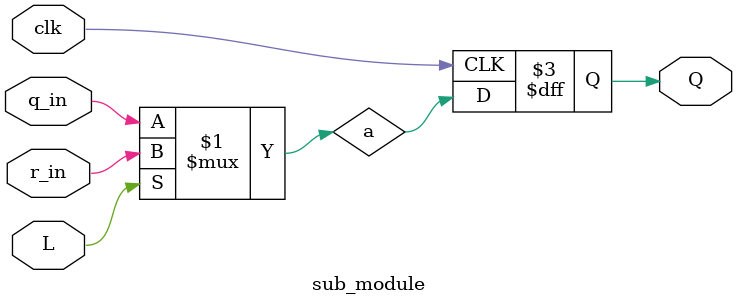
<source format=v>
module top_module (
	input [2:0] SW,      // R
	input [1:0] KEY,     // L and clk
	output [2:0] LEDR);  // Q

  wire temp0;

  sub_module u_sub_module_0(
  	.clk  (KEY[0]),
    .L    (KEY[1]),
    .r_in (SW[0]),
    .q_in (LEDR[2]),
    .Q    (LEDR[0])
  );

  sub_module u_sub_module_1(
  	.clk  (KEY[0]),
    .L    (KEY[1]),
    .r_in (SW[1]),
    .q_in (LEDR[0]),
    .Q    (LEDR[1])
  );

  assign temp0 = LEDR[1] ^ LEDR[2];
  sub_module u_sub_module_2(
  	.clk  (KEY[0]),
    .L    (KEY[1]),
    .r_in (SW[2]),
    .q_in (temp0),
    .Q    (LEDR[2])
  );

endmodule



module sub_module(
	input clk,
	input L,
	input r_in,
	input q_in,
	output reg Q);

  wire a;
  assign a = L ? r_in : q_in;

  always @(posedge clk) begin
    Q <= a;
  end

endmodule

</source>
